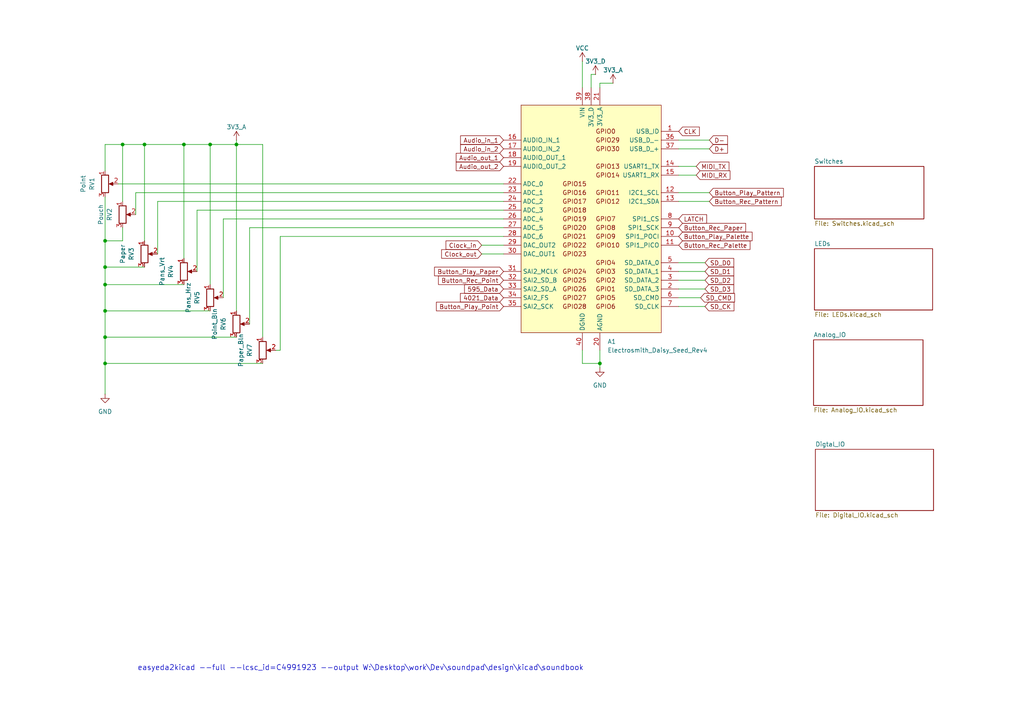
<source format=kicad_sch>
(kicad_sch (version 20231120) (generator "eeschema") (generator_version "8.0")
  (paper "A4")
  (lib_symbols
    (symbol "Device:R_Potentiometer" (pin_names (offset 1.016) hide)
      (property "Reference" "RV" (at -4.445 0 90))
      (property "Value" "R_Potentiometer" (at -2.54 0 90))
      (symbol "R_Potentiometer_0_1"
        (polyline (pts (xy 2.54 0) (xy 1.524 0)))
        (polyline (pts (xy 1.143 0) (xy 2.286 0.508) (xy 2.286 -0.508) (xy 1.143 0)) (fill (type outline)))
        (rectangle (start 1.016 2.54) (end -1.016 -2.54) (stroke (width 0.254)))
      )
      (symbol "R_Potentiometer_1_1"
        (pin passive line (at 0 3.81 270) (length 1.27) (name "1") (number "1"))
        (pin passive line (at 3.81 0 180) (length 1.27) (name "2") (number "2"))
        (pin passive line (at 0 -3.81 90) (length 1.27) (name "3") (number "3"))
      )
    )
    (symbol "MCU_Module:Electrosmith_Daisy_Seed_Rev4"
      (property "Reference" "A" (at -20.32 34.29 0))
      (property "Value" "Electrosmith_Daisy_Seed_Rev4" (at 33.02 34.29 0))
      (symbol "Electrosmith_Daisy_Seed_Rev4_0_0"
        (text "GPIO0" (at 1.27 25.4 0) (effects (font (size 1.27 1.27)) (justify left)))
        (text "GPIO1" (at 1.27 -20.32 0) (effects (font (size 1.27 1.27)) (justify left)))
        (text "GPIO10" (at 1.27 -7.62 0) (effects (font (size 1.27 1.27)) (justify left)))
        (text "GPIO11" (at 1.27 7.62 0) (effects (font (size 1.27 1.27)) (justify left)))
        (text "GPIO12" (at 1.27 5.08 0) (effects (font (size 1.27 1.27)) (justify left)))
        (text "GPIO13" (at 1.27 15.24 0) (effects (font (size 1.27 1.27)) (justify left)))
        (text "GPIO14" (at 1.27 12.7 0) (effects (font (size 1.27 1.27)) (justify left)))
        (text "GPIO15" (at -1.27 10.16 0) (effects (font (size 1.27 1.27)) (justify right)))
        (text "GPIO16" (at -1.27 7.62 0) (effects (font (size 1.27 1.27)) (justify right)))
        (text "GPIO17" (at -1.27 5.08 0) (effects (font (size 1.27 1.27)) (justify right)))
        (text "GPIO18" (at -1.27 2.54 0) (effects (font (size 1.27 1.27)) (justify right)))
        (text "GPIO19" (at -1.27 0 0) (effects (font (size 1.27 1.27)) (justify right)))
        (text "GPIO2" (at 1.27 -17.78 0) (effects (font (size 1.27 1.27)) (justify left)))
        (text "GPIO20" (at -1.27 -2.54 0) (effects (font (size 1.27 1.27)) (justify right)))
        (text "GPIO21" (at -1.27 -5.08 0) (effects (font (size 1.27 1.27)) (justify right)))
        (text "GPIO22" (at -1.27 -7.62 0) (effects (font (size 1.27 1.27)) (justify right)))
        (text "GPIO23" (at -1.27 -10.16 0) (effects (font (size 1.27 1.27)) (justify right)))
        (text "GPIO24" (at -1.27 -15.24 0) (effects (font (size 1.27 1.27)) (justify right)))
        (text "GPIO25" (at -1.27 -17.78 0) (effects (font (size 1.27 1.27)) (justify right)))
        (text "GPIO26" (at -1.27 -20.32 0) (effects (font (size 1.27 1.27)) (justify right)))
        (text "GPIO27" (at -1.27 -22.86 0) (effects (font (size 1.27 1.27)) (justify right)))
        (text "GPIO28" (at -1.27 -25.4 0) (effects (font (size 1.27 1.27)) (justify right)))
        (text "GPIO29" (at 1.27 22.86 0) (effects (font (size 1.27 1.27)) (justify left)))
        (text "GPIO3" (at 1.27 -15.24 0) (effects (font (size 1.27 1.27)) (justify left)))
        (text "GPIO30" (at 1.27 20.32 0) (effects (font (size 1.27 1.27)) (justify left)))
        (text "GPIO4" (at 1.27 -12.7 0) (effects (font (size 1.27 1.27)) (justify left)))
        (text "GPIO5" (at 1.27 -22.86 0) (effects (font (size 1.27 1.27)) (justify left)))
        (text "GPIO6" (at 1.27 -25.4 0) (effects (font (size 1.27 1.27)) (justify left)))
        (text "GPIO7" (at 1.27 0 0) (effects (font (size 1.27 1.27)) (justify left)))
        (text "GPIO8" (at 1.27 -2.54 0) (effects (font (size 1.27 1.27)) (justify left)))
        (text "GPIO9" (at 1.27 -5.08 0) (effects (font (size 1.27 1.27)) (justify left)))
        (pin bidirectional line (at 25.4 25.4 180) (length 5.08) (name "USB_ID") (number "1"))
        (pin bidirectional line (at 25.4 -5.08 180) (length 5.08) (name "SPI1_POCI") (number "10"))
        (pin bidirectional line (at 25.4 -7.62 180) (length 5.08) (name "SPI1_PICO") (number "11"))
        (pin bidirectional line (at 25.4 7.62 180) (length 5.08) (name "I2C1_SCL") (number "12"))
        (pin bidirectional line (at 25.4 5.08 180) (length 5.08) (name "I2C1_SDA") (number "13"))
        (pin bidirectional line (at 25.4 15.24 180) (length 5.08) (name "USART1_TX") (number "14"))
        (pin bidirectional line (at 25.4 12.7 180) (length 5.08) (name "USART1_RX") (number "15"))
        (pin input line (at -25.4 22.86 0) (length 5.08) (name "AUDIO_IN_1") (number "16"))
        (pin input line (at -25.4 20.32 0) (length 5.08) (name "AUDIO_IN_2") (number "17"))
        (pin output line (at -25.4 17.78 0) (length 5.08) (name "AUDIO_OUT_1") (number "18"))
        (pin output line (at -25.4 15.24 0) (length 5.08) (name "AUDIO_OUT_2") (number "19"))
        (pin bidirectional line (at 25.4 -20.32 180) (length 5.08) (name "SD_DATA_3") (number "2"))
        (pin power_in line (at 2.54 -38.1 90) (length 5.08) (name "AGND") (number "20"))
        (pin power_out line (at 2.54 38.1 270) (length 5.08) (name "3V3_A") (number "21"))
        (pin bidirectional line (at -25.4 10.16 0) (length 5.08) (name "ADC_0") (number "22"))
        (pin bidirectional line (at -25.4 7.62 0) (length 5.08) (name "ADC_1") (number "23"))
        (pin bidirectional line (at -25.4 5.08 0) (length 5.08) (name "ADC_2") (number "24"))
        (pin bidirectional line (at -25.4 2.54 0) (length 5.08) (name "ADC_3") (number "25"))
        (pin bidirectional line (at -25.4 0 0) (length 5.08) (name "ADC_4") (number "26"))
        (pin bidirectional line (at -25.4 -2.54 0) (length 5.08) (name "ADC_5") (number "27"))
        (pin bidirectional line (at -25.4 -5.08 0) (length 5.08) (name "ADC_6") (number "28"))
        (pin bidirectional line (at -25.4 -7.62 0) (length 5.08) (name "DAC_OUT2") (number "29"))
        (pin bidirectional line (at 25.4 -17.78 180) (length 5.08) (name "SD_DATA_2") (number "3"))
        (pin bidirectional line (at -25.4 -10.16 0) (length 5.08) (name "DAC_OUT1") (number "30"))
        (pin bidirectional line (at -25.4 -15.24 0) (length 5.08) (name "SAI2_MCLK") (number "31"))
        (pin bidirectional line (at -25.4 -17.78 0) (length 5.08) (name "SAI2_SD_B") (number "32"))
        (pin bidirectional line (at -25.4 -20.32 0) (length 5.08) (name "SAI2_SD_A") (number "33"))
        (pin bidirectional line (at -25.4 -22.86 0) (length 5.08) (name "SAI2_FS") (number "34"))
        (pin bidirectional line (at -25.4 -25.4 0) (length 5.08) (name "SAI2_SCK") (number "35"))
        (pin bidirectional line (at 25.4 22.86 180) (length 5.08) (name "USB_D_-") (number "36"))
        (pin bidirectional line (at 25.4 20.32 180) (length 5.08) (name "USB_D_+") (number "37"))
        (pin power_out line (at 0 38.1 270) (length 5.08) (name "3V3_D") (number "38"))
        (pin power_in line (at -2.54 38.1 270) (length 5.08) (name "VIN") (number "39"))
        (pin bidirectional line (at 25.4 -15.24 180) (length 5.08) (name "SD_DATA_1") (number "4"))
        (pin power_in line (at -2.54 -38.1 90) (length 5.08) (name "DGND") (number "40"))
        (pin bidirectional line (at 25.4 -12.7 180) (length 5.08) (name "SD_DATA_0") (number "5"))
        (pin bidirectional line (at 25.4 -22.86 180) (length 5.08) (name "SD_CMD") (number "6"))
        (pin bidirectional line (at 25.4 -25.4 180) (length 5.08) (name "SD_CLK") (number "7"))
        (pin bidirectional line (at 25.4 0 180) (length 5.08) (name "SPI1_CS") (number "8"))
        (pin bidirectional line (at 25.4 -2.54 180) (length 5.08) (name "SPI1_SCK") (number "9"))
      )
      (symbol "Electrosmith_Daisy_Seed_Rev4_0_1"
        (rectangle (start -20.32 33.02) (end 20.32 -33.02) (fill (type background)))
      )
    )
    (symbol "daisy_seed:3V3_A" (power) (pin_numbers hide) (pin_names (offset 0) hide)
      (property "Value" "3V3_A" (at 0 3.81 0))
      (symbol "3V3_A_0_1"
        (polyline (pts (xy -0.762 1.27) (xy 0 2.54)))
        (polyline (pts (xy 0 0) (xy 0 2.54)))
        (polyline (pts (xy 0 2.54) (xy 0.762 1.27)))
      )
      (symbol "3V3_A_1_1"
        (pin power_in line (at 0 0 90) (length 0) (name "~") (number "1"))
      )
    )
    (symbol "daisy_seed:3V3_D" (power) (pin_numbers hide) (pin_names (offset 0) hide)
      (property "Value" "3V3_D" (at 0 5.08 0))
      (symbol "3V3_D_0_0"
        (pin power_in line (at 0 0 90) (length 0) (name "~") (number "1"))
      )
      (symbol "3V3_D_0_1"
        (polyline (pts (xy -0.762 1.27) (xy 0 2.54)))
        (polyline (pts (xy 0 0) (xy 0 2.54)))
        (polyline (pts (xy 0 2.54) (xy 0.762 1.27)))
      )
    )
    (symbol "power:GND" (power) (pin_numbers hide) (pin_names (offset 0) hide)
      (property "Value" "GND" (at 0 -3.81 0))
      (symbol "GND_0_1"
        (polyline (pts (xy 0 0) (xy 0 -1.27) (xy 1.27 -1.27) (xy 0 -2.54) (xy -1.27 -1.27) (xy 0 -1.27)))
      )
      (symbol "GND_1_1"
        (pin power_in line (at 0 0 270) (length 0) (name "~") (number "1"))
      )
    )
  )
  (junction (at 173.99 105.41))
  (junction (at 30.48 90.17))
  (junction (at 68.58 41.91))
  (junction (at 30.48 69.85))
  (junction (at 30.48 97.79))
  (junction (at 35.56 41.91))
  (junction (at 53.34 41.91))
  (junction (at 30.48 105.41))
  (junction (at 30.48 77.47))
  (junction (at 30.48 82.55))
  (junction (at 60.96 41.91))
  (junction (at 41.91 41.91))
  (wire (pts (xy 205.74 55.88) (xy 196.85 55.88)))
  (wire (pts (xy 72.39 93.98) (xy 72.39 66.04)))
  (wire (pts (xy 168.91 101.6) (xy 168.91 105.41)))
  (wire (pts (xy 30.48 90.17) (xy 60.96 90.17)))
  (wire (pts (xy 205.74 40.64) (xy 196.85 40.64)))
  (wire (pts (xy 64.77 86.36) (xy 64.77 63.5)))
  (wire (pts (xy 30.48 97.79) (xy 68.58 97.79)))
  (wire (pts (xy 41.91 41.91) (xy 41.91 69.85)))
  (wire (pts (xy 35.56 58.42) (xy 35.56 41.91)))
  (wire (pts (xy 30.48 97.79) (xy 30.48 105.41)))
  (wire (pts (xy 139.7 71.12) (xy 146.05 71.12)))
  (wire (pts (xy 205.74 58.42) (xy 196.85 58.42)))
  (wire (pts (xy 39.37 62.23) (xy 39.37 55.88)))
  (wire (pts (xy 30.48 69.85) (xy 30.48 57.15)))
  (wire (pts (xy 35.56 66.04) (xy 35.56 69.85)))
  (wire (pts (xy 30.48 82.55) (xy 30.48 90.17)))
  (wire (pts (xy 41.91 41.91) (xy 53.34 41.91)))
  (wire (pts (xy 35.56 41.91) (xy 41.91 41.91)))
  (wire (pts (xy 30.48 105.41) (xy 76.2 105.41)))
  (wire (pts (xy 30.48 41.91) (xy 35.56 41.91)))
  (wire (pts (xy 173.99 105.41) (xy 173.99 101.6)))
  (wire (pts (xy 204.47 81.28) (xy 196.85 81.28)))
  (wire (pts (xy 41.91 77.47) (xy 30.48 77.47)))
  (wire (pts (xy 30.48 69.85) (xy 30.48 77.47)))
  (wire (pts (xy 201.93 50.8) (xy 196.85 50.8)))
  (wire (pts (xy 30.48 82.55) (xy 53.34 82.55)))
  (wire (pts (xy 204.47 88.9) (xy 196.85 88.9)))
  (wire (pts (xy 205.74 43.18) (xy 196.85 43.18)))
  (wire (pts (xy 57.15 60.96) (xy 146.05 60.96)))
  (wire (pts (xy 30.48 49.53) (xy 30.48 41.91)))
  (wire (pts (xy 139.7 73.66) (xy 146.05 73.66)))
  (wire (pts (xy 64.77 63.5) (xy 146.05 63.5)))
  (wire (pts (xy 34.29 53.34) (xy 146.05 53.34)))
  (wire (pts (xy 57.15 78.74) (xy 57.15 60.96)))
  (wire (pts (xy 81.28 101.6) (xy 81.28 68.58)))
  (wire (pts (xy 201.93 48.26) (xy 196.85 48.26)))
  (wire (pts (xy 81.28 101.6) (xy 80.01 101.6)))
  (wire (pts (xy 204.47 78.74) (xy 196.85 78.74)))
  (wire (pts (xy 35.56 69.85) (xy 30.48 69.85)))
  (wire (pts (xy 53.34 41.91) (xy 53.34 74.93)))
  (wire (pts (xy 173.99 106.68) (xy 173.99 105.41)))
  (wire (pts (xy 172.72 21.59) (xy 171.45 21.59)))
  (wire (pts (xy 60.96 41.91) (xy 68.58 41.91)))
  (wire (pts (xy 204.47 83.82) (xy 196.85 83.82)))
  (wire (pts (xy 30.48 90.17) (xy 30.48 97.79)))
  (wire (pts (xy 68.58 41.91) (xy 68.58 90.17)))
  (wire (pts (xy 30.48 105.41) (xy 30.48 114.3)))
  (wire (pts (xy 60.96 41.91) (xy 60.96 82.55)))
  (wire (pts (xy 30.48 77.47) (xy 30.48 82.55)))
  (wire (pts (xy 68.58 40.64) (xy 68.58 41.91)))
  (wire (pts (xy 76.2 41.91) (xy 76.2 97.79)))
  (wire (pts (xy 171.45 21.59) (xy 171.45 25.4)))
  (wire (pts (xy 72.39 66.04) (xy 146.05 66.04)))
  (wire (pts (xy 53.34 41.91) (xy 60.96 41.91)))
  (wire (pts (xy 173.99 24.13) (xy 173.99 25.4)))
  (wire (pts (xy 45.72 58.42) (xy 146.05 58.42)))
  (wire (pts (xy 39.37 55.88) (xy 146.05 55.88)))
  (wire (pts (xy 177.8 24.13) (xy 173.99 24.13)))
  (wire (pts (xy 81.28 68.58) (xy 146.05 68.58)))
  (wire (pts (xy 204.47 76.2) (xy 196.85 76.2)))
  (wire (pts (xy 168.91 17.78) (xy 168.91 25.4)))
  (wire (pts (xy 68.58 41.91) (xy 76.2 41.91)))
  (wire (pts (xy 45.72 58.42) (xy 45.72 73.66)))
  (wire (pts (xy 203.2 86.36) (xy 196.85 86.36)))
  (wire (pts (xy 168.91 105.41) (xy 173.99 105.41)))
  (text "easyeda2kicad --full --lcsc_id=C4991923 --output W:\\Desktop\\work\\Dev\\soundpad\\design\\kicad\\soundbook" (at 39.878 193.802 0) (effects (font (size 1.524 1.524)) (justify left)))
  (global_label "Button_Play_Point" (shape input) (at 146.05 88.9 180) (property "Intersheetrefs" "${INTERSHEET_REFS}" (effects (hide yes))))
  (global_label "Clock_out" (shape input) (at 139.7 73.66 180) (property "Intersheetrefs" "${INTERSHEET_REFS}" (effects (hide yes))))
  (global_label "Button_Rec_Paper" (shape input) (at 196.85 66.04 0) (property "Intersheetrefs" "${INTERSHEET_REFS}" (effects (hide yes))))
  (global_label "Audio_out_1" (shape input) (at 146.05 45.72 180) (property "Intersheetrefs" "${INTERSHEET_REFS}" (effects (hide yes))))
  (global_label "SD_D2" (shape input) (at 204.47 81.28 0) (property "Intersheetrefs" "${INTERSHEET_REFS}" (effects (hide yes))))
  (global_label "Button_Play_Paper" (shape input) (at 146.05 78.74 180) (property "Intersheetrefs" "${INTERSHEET_REFS}" (effects (hide yes))))
  (global_label "Audio_out_2" (shape input) (at 146.05 48.26 180) (property "Intersheetrefs" "${INTERSHEET_REFS}" (effects (hide yes))))
  (global_label "Button_Rec_Pattern" (shape input) (at 205.74 58.42 0) (property "Intersheetrefs" "${INTERSHEET_REFS}" (effects (hide yes))))
  (global_label "4021_Data" (shape input) (at 146.05 86.36 180) (property "Intersheetrefs" "${INTERSHEET_REFS}" (effects (hide yes))))
  (global_label "CLK" (shape input) (at 196.85 38.1 0) (property "Intersheetrefs" "${INTERSHEET_REFS}" (effects (hide yes))))
  (global_label "SD_CK" (shape input) (at 204.47 88.9 0) (property "Intersheetrefs" "${INTERSHEET_REFS}" (effects (hide yes))))
  (global_label "SD_D0" (shape input) (at 204.47 76.2 0) (property "Intersheetrefs" "${INTERSHEET_REFS}" (effects (hide yes))))
  (global_label "SD_CMD" (shape input) (at 203.2 86.36 0) (property "Intersheetrefs" "${INTERSHEET_REFS}" (effects (hide yes))))
  (global_label "Button_Play_Palette" (shape input) (at 196.85 68.58 0) (property "Intersheetrefs" "${INTERSHEET_REFS}" (effects (hide yes))))
  (global_label "Clock_in" (shape input) (at 139.7 71.12 180) (property "Intersheetrefs" "${INTERSHEET_REFS}" (effects (hide yes))))
  (global_label "Audio_in_1" (shape input) (at 146.05 40.64 180) (property "Intersheetrefs" "${INTERSHEET_REFS}" (effects (hide yes))))
  (global_label "D+" (shape input) (at 205.74 43.18 0) (property "Intersheetrefs" "${INTERSHEET_REFS}" (effects (hide yes))))
  (global_label "SD_D1" (shape input) (at 204.47 78.74 0) (property "Intersheetrefs" "${INTERSHEET_REFS}" (effects (hide yes))))
  (global_label "Button_Rec_Palette" (shape input) (at 196.85 71.12 0) (property "Intersheetrefs" "${INTERSHEET_REFS}" (effects (hide yes))))
  (global_label "LATCH" (shape input) (at 196.85 63.5 0) (property "Intersheetrefs" "${INTERSHEET_REFS}" (effects (hide yes))))
  (global_label "MIDI_RX" (shape input) (at 201.93 50.8 0) (property "Intersheetrefs" "${INTERSHEET_REFS}" (effects (hide yes))))
  (global_label "Audio_in_2" (shape input) (at 146.05 43.18 180) (property "Intersheetrefs" "${INTERSHEET_REFS}" (effects (hide yes))))
  (global_label "595_Data" (shape input) (at 146.05 83.82 180) (property "Intersheetrefs" "${INTERSHEET_REFS}" (effects (hide yes))))
  (global_label "Button_Play_Pattern" (shape input) (at 205.74 55.88 0) (property "Intersheetrefs" "${INTERSHEET_REFS}" (effects (hide yes))))
  (global_label "MIDI_TX" (shape input) (at 201.93 48.26 0) (property "Intersheetrefs" "${INTERSHEET_REFS}" (effects (hide yes))))
  (global_label "D-" (shape input) (at 205.74 40.64 0) (property "Intersheetrefs" "${INTERSHEET_REFS}" (effects (hide yes))))
  (global_label "SD_D3" (shape input) (at 204.47 83.82 0) (property "Intersheetrefs" "${INTERSHEET_REFS}" (effects (hide yes))))
  (global_label "Button_Rec_Point" (shape input) (at 146.05 81.28 180) (property "Intersheetrefs" "${INTERSHEET_REFS}" (effects (hide yes))))
  (symbol (lib_id "Device:R_Potentiometer") (at 53.34 78.74 0) (unit 1)
    (property "Reference" "RV4" (at 49.53 78.74 90))
    (property "Value" "Pans_Vrt" (at 46.99 78.74 90))
    (property "Footprint" "footprints:PS2011PC1AR10K" (effects (hide yes)))
    (property "Description" "Potentiometer" (effects (hide yes)))
  )
  (symbol (lib_id "power:GND") (at 30.48 114.3 0) (unit 1)
    (property "Reference" "#PWR030" (effects (hide yes)))
    (property "Value" "GND" (at 30.48 119.38 0))
    (property "Description" "Power symbol creates a global label with name \"GND\" , ground" (effects (hide yes)))
  )
  (symbol (lib_id "daisy_seed:3V3_D") (at 172.72 21.59 0) (unit 1)
    (property "Reference" "#PWR04" (effects (hide yes)))
    (property "Value" "3V3_D" (at 172.72 17.78 0))
    (property "Description" "Power symbol creates a global label with name \"3V3_D\"" (effects (hide yes)))
  )
  (symbol (lib_id "daisy_seed:3V3_D") (at 168.91 17.78 0) (unit 1)
    (property "Reference" "#PWR03" (effects (hide yes)))
    (property "Value" "VCC" (at 168.91 13.97 0))
  )
  (symbol (lib_id "Device:R_Potentiometer") (at 35.56 62.23 0) (unit 1)
    (property "Reference" "RV2" (at 31.75 62.23 90))
    (property "Value" "Pouch" (at 29.21 62.23 90))
    (property "Footprint" "footprints:PS3010MC1BR10K" (effects (hide yes)))
    (property "Description" "Potentiometer" (effects (hide yes)))
  )
  (symbol (lib_id "Device:R_Potentiometer") (at 30.48 53.34 0) (unit 1)
    (property "Reference" "RV1" (at 26.67 53.34 90))
    (property "Value" "Point" (at 24.13 53.34 90))
    (property "Footprint" "footprints:PS6010MC1BR10K" (effects (hide yes)))
    (property "Description" "Potentiometer" (effects (hide yes)))
  )
  (symbol (lib_id "daisy_seed:3V3_A") (at 68.58 40.64 0) (unit 1)
    (property "Reference" "#PWR02" (effects (hide yes)))
    (property "Value" "3V3_A" (at 68.58 36.83 0))
    (property "Description" "Power symbol creates a global label with name \"3V3_A\" (I hope)" (effects (hide yes)))
  )
  (symbol (lib_id "Device:R_Potentiometer") (at 76.2 101.6 0) (unit 1)
    (property "Reference" "RV7" (at 72.39 101.6 90))
    (property "Value" "Paper_Bln" (at 69.85 101.6 90))
    (property "Footprint" "footprints:PS3010MC1BR10K" (effects (hide yes)))
    (property "Description" "Potentiometer" (effects (hide yes)))
  )
  (symbol (lib_id "power:GND") (at 173.99 106.68 0) (unit 1)
    (property "Reference" "#PWR05" (effects (hide yes)))
    (property "Value" "GND" (at 173.99 111.76 0))
    (property "Description" "Power symbol creates a global label with name \"GND\" , ground" (effects (hide yes)))
  )
  (symbol (lib_id "Device:R_Potentiometer") (at 68.58 93.98 0) (unit 1)
    (property "Reference" "RV6" (at 64.77 93.98 90))
    (property "Value" "Point_Bln" (at 62.23 93.98 90))
    (property "Footprint" "footprints:PS3010MC1BR10K" (effects (hide yes)))
    (property "Description" "Potentiometer" (effects (hide yes)))
  )
  (symbol (lib_id "Device:R_Potentiometer") (at 60.96 86.36 0) (unit 1)
    (property "Reference" "RV5" (at 57.15 86.36 90))
    (property "Value" "Pans_Hrz" (at 54.61 86.36 90))
    (property "Footprint" "footprints:PS2011PC1AR10K" (effects (hide yes)))
    (property "Description" "Potentiometer" (effects (hide yes)))
  )
  (symbol (lib_id "daisy_seed:3V3_A") (at 177.8 24.13 0) (unit 1)
    (property "Reference" "#PWR06" (effects (hide yes)))
    (property "Value" "3V3_A" (at 177.8 20.32 0))
    (property "Description" "Power symbol creates a global label with name \"3V3_A\" (I hope)" (effects (hide yes)))
  )
  (symbol (lib_id "MCU_Module:Electrosmith_Daisy_Seed_Rev4") (at 171.45 63.5 0) (unit 1)
    (property "Reference" "A1" (at 176.1841 99.06 0) (effects (justify left)))
    (property "Value" "Electrosmith_Daisy_Seed_Rev4" (at 176.1841 101.6 0) (effects (justify left)))
    (property "Footprint" "Module:Electrosmith_Daisy_Seed" (effects (hide yes)))
    (property "Datasheet" "https://static1.squarespace.com/static/58d03fdc1b10e3bf442567b8/t/6227e6236f02fb68d1577146/1646781988478/Daisy_Seed_datasheet_v1.0.3.pdf" (effects (hide yes)))
    (property "Description" "Daisy is an embedded platform for music." (effects (hide yes)))
  )
  (symbol (lib_id "Device:R_Potentiometer") (at 41.91 73.66 0) (unit 1)
    (property "Reference" "RV3" (at 38.1 73.66 90))
    (property "Value" "Paper" (at 35.56 73.66 90))
    (property "Footprint" "footprints:PS6010MC1BR10K" (effects (hide yes)))
    (property "Description" "Potentiometer" (effects (hide yes)))
  )
  (sheet (at 236.474 130.302) (size 34.29 17.78) (stroke (width 0.1524))
    (property "Sheetname" "Digtal_IO" (at 236.474 129.5904 0) (effects (justify left bottom)))
    (property "Sheetfile" "Digital_IO.kicad_sch" (at 236.474 148.6666 0) (effects (justify left top)))
  )
  (sheet (at 235.966 98.552) (size 31.75 19.05) (stroke (width 0.1524))
    (property "Sheetname" "Analog_IO" (at 235.966 97.8404 0) (effects (justify left bottom)))
    (property "Sheetfile" "Analog_IO.kicad_sch" (at 235.966 118.1866 0) (effects (justify left top)))
  )
  (sheet (at 236.22 72.136) (size 34.29 17.78) (stroke (width 0.1524))
    (property "Sheetname" "LEDs" (at 236.22 71.4244 0) (effects (justify left bottom)))
    (property "Sheetfile" "LEDs.kicad_sch" (at 236.22 90.5006 0) (effects (justify left top)))
  )
  (sheet (at 236.22 48.26) (size 31.75 15.24) (stroke (width 0.1524))
    (property "Sheetname" "Switches" (at 236.22 47.5484 0) (effects (justify left bottom)))
    (property "Sheetfile" "Switches.kicad_sch" (at 236.22 64.0846 0) (effects (justify left top)))
  )
)
</source>
